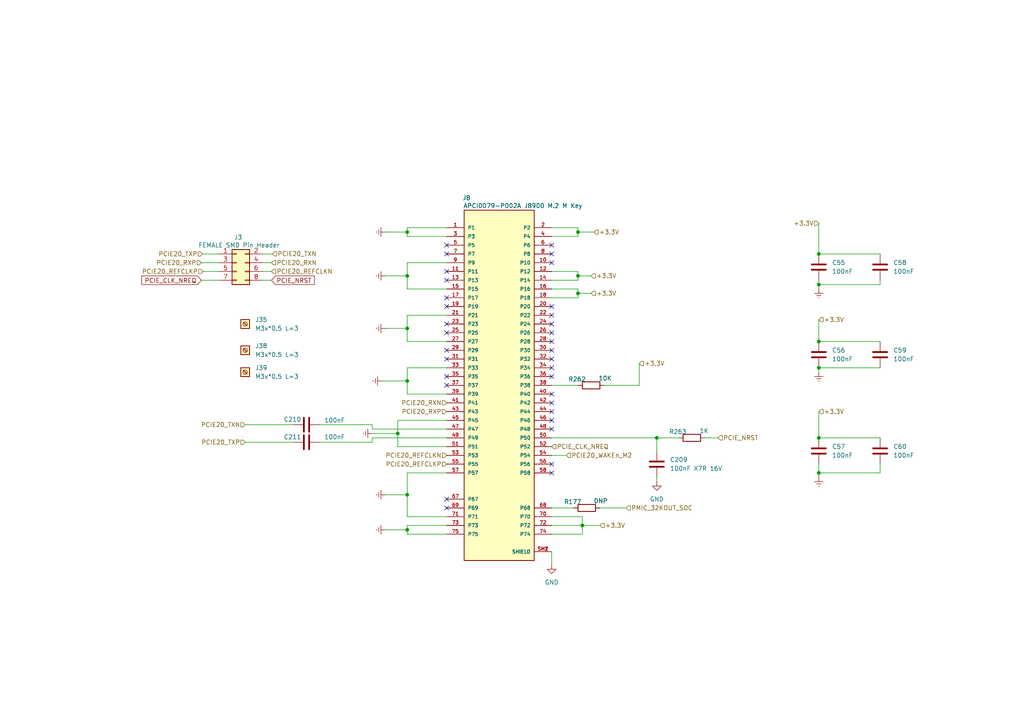
<source format=kicad_sch>
(kicad_sch (version 20231120) (generator "eeschema") (generator_version "8.0")
  (paper "A4")
  (lib_symbols
    (symbol "Connector:Screw_Terminal_01x01" (pin_names (offset 1.016) hide)
      (property "Reference" "J35" (at 2.8515 1.2701 0))
      (property "Value" "M3x*0.5 L=3" (at 2.8515 -1.2699 0))
      (symbol "Screw_Terminal_01x01_1_1"
        (rectangle (start -1.27 1.27) (end 1.27 -1.27) (stroke (width 0.254)) (fill (type background)))
        (polyline (pts (xy -0.5334 0.3302) (xy 0.3302 -0.508)) (stroke (width 0.1524)))
        (polyline (pts (xy -0.3556 0.508) (xy 0.508 -0.3302)) (stroke (width 0.1524)))
        (circle (center 0 0) (radius 0.635) (stroke (width 0.1524)))
      )
    )
    (symbol "Connector_Generic:Conn_02x04_Odd_Even" (pin_names (offset 1.016) hide)
      (property "Reference" "J" (at 1.27 5.08 0))
      (property "Value" "Conn_02x04_Odd_Even" (at 1.27 -7.62 0))
      (symbol "Conn_02x04_Odd_Even_1_1"
        (rectangle (start -1.27 -4.953) (end 0 -5.207) (stroke (width 0.1524)))
        (rectangle (start -1.27 -2.413) (end 0 -2.667) (stroke (width 0.1524)))
        (rectangle (start -1.27 0.127) (end 0 -0.127) (stroke (width 0.1524)))
        (rectangle (start -1.27 2.667) (end 0 2.413) (stroke (width 0.1524)))
        (rectangle (start -1.27 3.81) (end 3.81 -6.35) (stroke (width 0.254)) (fill (type background)))
        (rectangle (start 3.81 -4.953) (end 2.54 -5.207) (stroke (width 0.1524)))
        (rectangle (start 3.81 -2.413) (end 2.54 -2.667) (stroke (width 0.1524)))
        (rectangle (start 3.81 0.127) (end 2.54 -0.127) (stroke (width 0.1524)))
        (rectangle (start 3.81 2.667) (end 2.54 2.413) (stroke (width 0.1524)))
        (pin passive line (at -5.08 2.54 0) (length 3.81) (name "Pin_1") (number "1"))
        (pin passive line (at 7.62 2.54 180) (length 3.81) (name "Pin_2") (number "2"))
        (pin passive line (at -5.08 0 0) (length 3.81) (name "Pin_3") (number "3"))
        (pin passive line (at 7.62 0 180) (length 3.81) (name "Pin_4") (number "4"))
        (pin passive line (at -5.08 -2.54 0) (length 3.81) (name "Pin_5") (number "5"))
        (pin passive line (at 7.62 -2.54 180) (length 3.81) (name "Pin_6") (number "6"))
        (pin passive line (at -5.08 -5.08 0) (length 3.81) (name "Pin_7") (number "7"))
        (pin passive line (at 7.62 -5.08 180) (length 3.81) (name "Pin_8") (number "8"))
      )
    )
    (symbol "Device:C" (pin_numbers hide) (pin_names (offset 0.254))
      (property "Reference" "C" (at 0.635 2.54 0))
      (property "Value" "C" (at 0.635 -2.54 0))
      (symbol "C_0_1"
        (polyline (pts (xy -2.032 -0.762) (xy 2.032 -0.762)) (stroke (width 0.508)))
        (polyline (pts (xy -2.032 0.762) (xy 2.032 0.762)) (stroke (width 0.508)))
      )
      (symbol "C_1_1"
        (pin passive line (at 0 3.81 270) (length 2.794) (name "~") (number "1"))
        (pin passive line (at 0 -3.81 90) (length 2.794) (name "~") (number "2"))
      )
    )
    (symbol "Device:R" (pin_numbers hide) (pin_names (offset 0))
      (property "Reference" "R" (at 2.032 0 90))
      (property "Value" "R" (at 0 0 90))
      (symbol "R_0_1"
        (rectangle (start -1.016 -2.54) (end 1.016 2.54) (stroke (width 0.254)))
      )
      (symbol "R_1_1"
        (pin passive line (at 0 3.81 270) (length 1.27) (name "~") (number "1"))
        (pin passive line (at 0 -3.81 90) (length 1.27) (name "~") (number "2"))
      )
    )
    (symbol "M.2TE:1-2199119-5" (pin_names (offset 1.016))
      (property "Reference" "J" (at -10.1938 51.7746 0))
      (property "Value" "1-2199119-5" (at -10.1934 -53.5506 0))
      (symbol "1-2199119-5_0_0"
        (rectangle (start -10.16 -50.8) (end 10.16 50.8) (stroke (width 0.254)) (fill (type background)))
        (pin passive line (at -15.24 45.72 0) (length 5.08) (name "P1") (number "1"))
        (pin passive line (at 15.24 35.56 180) (length 5.08) (name "P10") (number "10"))
        (pin passive line (at -15.24 33.02 0) (length 5.08) (name "P11") (number "11"))
        (pin passive line (at 15.24 33.02 180) (length 5.08) (name "P12") (number "12"))
        (pin passive line (at -15.24 30.48 0) (length 5.08) (name "P13") (number "13"))
        (pin passive line (at 15.24 30.48 180) (length 5.08) (name "P14") (number "14"))
        (pin passive line (at -15.24 27.94 0) (length 5.08) (name "P15") (number "15"))
        (pin passive line (at 15.24 27.94 180) (length 5.08) (name "P16") (number "16"))
        (pin passive line (at -15.24 25.4 0) (length 5.08) (name "P17") (number "17"))
        (pin passive line (at 15.24 25.4 180) (length 5.08) (name "P18") (number "18"))
        (pin passive line (at -15.24 22.86 0) (length 5.08) (name "P19") (number "19"))
        (pin passive line (at 15.24 45.72 180) (length 5.08) (name "P2") (number "2"))
        (pin passive line (at 15.24 22.86 180) (length 5.08) (name "P20") (number "20"))
        (pin passive line (at -15.24 20.32 0) (length 5.08) (name "P21") (number "21"))
        (pin passive line (at 15.24 20.32 180) (length 5.08) (name "P22") (number "22"))
        (pin passive line (at -15.24 17.78 0) (length 5.08) (name "P23") (number "23"))
        (pin passive line (at 15.24 17.78 180) (length 5.08) (name "P24") (number "24"))
        (pin passive line (at -15.24 15.24 0) (length 5.08) (name "P25") (number "25"))
        (pin passive line (at 15.24 15.24 180) (length 5.08) (name "P26") (number "26"))
        (pin passive line (at -15.24 12.7 0) (length 5.08) (name "P27") (number "27"))
        (pin passive line (at 15.24 12.7 180) (length 5.08) (name "P28") (number "28"))
        (pin passive line (at -15.24 10.16 0) (length 5.08) (name "P29") (number "29"))
        (pin passive line (at -15.24 43.18 0) (length 5.08) (name "P3") (number "3"))
        (pin passive line (at 15.24 10.16 180) (length 5.08) (name "P30") (number "30"))
        (pin passive line (at -15.24 7.62 0) (length 5.08) (name "P31") (number "31"))
        (pin passive line (at 15.24 7.62 180) (length 5.08) (name "P32") (number "32"))
        (pin passive line (at -15.24 5.08 0) (length 5.08) (name "P33") (number "33"))
        (pin passive line (at 15.24 5.08 180) (length 5.08) (name "P34") (number "34"))
        (pin passive line (at -15.24 2.54 0) (length 5.08) (name "P35") (number "35"))
        (pin passive line (at 15.24 2.54 180) (length 5.08) (name "P36") (number "36"))
        (pin passive line (at -15.24 0 0) (length 5.08) (name "P37") (number "37"))
        (pin passive line (at 15.24 0 180) (length 5.08) (name "P38") (number "38"))
        (pin passive line (at -15.24 -2.54 0) (length 5.08) (name "P39") (number "39"))
        (pin passive line (at 15.24 43.18 180) (length 5.08) (name "P4") (number "4"))
        (pin passive line (at 15.24 -2.54 180) (length 5.08) (name "P40") (number "40"))
        (pin passive line (at -15.24 -5.08 0) (length 5.08) (name "P41") (number "41"))
        (pin passive line (at 15.24 -5.08 180) (length 5.08) (name "P42") (number "42"))
        (pin passive line (at -15.24 -7.62 0) (length 5.08) (name "P43") (number "43"))
        (pin passive line (at 15.24 -7.62 180) (length 5.08) (name "P44") (number "44"))
        (pin passive line (at -15.24 -10.16 0) (length 5.08) (name "P45") (number "45"))
        (pin passive line (at 15.24 -10.16 180) (length 5.08) (name "P46") (number "46"))
        (pin passive line (at -15.24 -12.7 0) (length 5.08) (name "P47") (number "47"))
        (pin passive line (at 15.24 -12.7 180) (length 5.08) (name "P48") (number "48"))
        (pin passive line (at -15.24 -15.24 0) (length 5.08) (name "P49") (number "49"))
        (pin passive line (at -15.24 40.64 0) (length 5.08) (name "P5") (number "5"))
        (pin passive line (at 15.24 -15.24 180) (length 5.08) (name "P50") (number "50"))
        (pin passive line (at -15.24 -17.78 0) (length 5.08) (name "P51") (number "51"))
        (pin passive line (at 15.24 -17.78 180) (length 5.08) (name "P52") (number "52"))
        (pin passive line (at -15.24 -20.32 0) (length 5.08) (name "P53") (number "53"))
        (pin passive line (at 15.24 -20.32 180) (length 5.08) (name "P54") (number "54"))
        (pin passive line (at -15.24 -22.86 0) (length 5.08) (name "P55") (number "55"))
        (pin passive line (at 15.24 -22.86 180) (length 5.08) (name "P56") (number "56"))
        (pin passive line (at -15.24 -25.4 0) (length 5.08) (name "P57") (number "57"))
        (pin passive line (at 15.24 -25.4 180) (length 5.08) (name "P58") (number "58"))
        (pin passive line (at 15.24 40.64 180) (length 5.08) (name "P6") (number "6"))
        (pin passive line (at -15.24 -33.02 0) (length 5.08) (name "P67") (number "67"))
        (pin passive line (at 15.24 -35.56 180) (length 5.08) (name "P68") (number "68"))
        (pin passive line (at -15.24 -35.56 0) (length 5.08) (name "P69") (number "69"))
        (pin passive line (at -15.24 38.1 0) (length 5.08) (name "P7") (number "7"))
        (pin passive line (at 15.24 -38.1 180) (length 5.08) (name "P70") (number "70"))
        (pin passive line (at -15.24 -38.1 0) (length 5.08) (name "P71") (number "71"))
        (pin passive line (at 15.24 -40.64 180) (length 5.08) (name "P72") (number "72"))
        (pin passive line (at -15.24 -40.64 0) (length 5.08) (name "P73") (number "73"))
        (pin passive line (at 15.24 -43.18 180) (length 5.08) (name "P74") (number "74"))
        (pin passive line (at -15.24 -43.18 0) (length 5.08) (name "P75") (number "75"))
        (pin passive line (at 15.24 38.1 180) (length 5.08) (name "P8") (number "8"))
        (pin passive line (at -15.24 35.56 0) (length 5.08) (name "P9") (number "9"))
        (pin passive line (at 15.24 -48.26 180) (length 5.08) (name "SHIELD") (number "SH1"))
        (pin passive line (at 15.24 -48.26 180) (length 5.08) (name "SHIELD") (number "SH2"))
      )
    )
    (symbol "power:Earth" (power) (pin_names (offset 0))
      (symbol "Earth_0_1"
        (polyline (pts (xy -0.635 -1.905) (xy 0.635 -1.905)))
        (polyline (pts (xy -0.127 -2.54) (xy 0.127 -2.54)))
        (polyline (pts (xy 0 -1.27) (xy 0 0)))
        (polyline (pts (xy 1.27 -1.27) (xy -1.27 -1.27)))
      )
      (symbol "Earth_1_1"
        (pin power_in line (at 0 0 270) (length 0) hide (name "Earth") (number "1"))
      )
    )
    (symbol "power:GND" (power) (pin_names (offset 0))
      (property "Value" "GND" (at 0 -3.81 0))
      (symbol "GND_0_1"
        (polyline (pts (xy 0 0) (xy 0 -1.27) (xy 1.27 -1.27) (xy 0 -2.54) (xy -1.27 -1.27) (xy 0 -1.27)))
      )
      (symbol "GND_1_1"
        (pin power_in line (at 0 0 270) (length 0) hide (name "GND") (number "1"))
      )
    )
  )
  (junction (at 237.49 106.68))
  (junction (at 167.64 80.01))
  (junction (at 118.11 67.31))
  (junction (at 237.49 137.16))
  (junction (at 118.11 110.49))
  (junction (at 118.11 95.25))
  (junction (at 190.5 127))
  (junction (at 237.49 82.55))
  (junction (at 237.49 127))
  (junction (at 168.91 152.4))
  (junction (at 167.64 85.09))
  (junction (at 118.11 153.67))
  (junction (at 167.64 67.31))
  (junction (at 118.11 80.01))
  (junction (at 237.49 99.06))
  (junction (at 115.3655 125.73))
  (junction (at 237.49 73.66))
  (junction (at 118.11 143.51))
  (no_connect (at 129.54 144.78))
  (no_connect (at 129.54 147.32))
  (no_connect (at 160.02 137.16))
  (no_connect (at 160.02 134.62))
  (no_connect (at 160.02 124.46))
  (no_connect (at 129.54 71.12))
  (no_connect (at 129.54 73.66))
  (no_connect (at 129.54 78.74))
  (no_connect (at 129.54 81.28))
  (no_connect (at 129.54 86.36))
  (no_connect (at 129.54 88.9))
  (no_connect (at 129.54 93.98))
  (no_connect (at 129.54 96.52))
  (no_connect (at 129.54 111.76))
  (no_connect (at 160.02 119.38))
  (no_connect (at 160.02 116.84))
  (no_connect (at 160.02 114.3))
  (no_connect (at 160.02 99.06))
  (no_connect (at 129.54 101.6))
  (no_connect (at 129.54 104.14))
  (no_connect (at 129.54 109.22))
  (no_connect (at 160.02 121.92))
  (no_connect (at 160.02 109.22))
  (no_connect (at 160.02 106.68))
  (no_connect (at 160.02 104.14))
  (no_connect (at 160.02 101.6))
  (no_connect (at 160.02 96.52))
  (no_connect (at 160.02 93.98))
  (no_connect (at 160.02 91.44))
  (no_connect (at 160.02 88.9))
  (no_connect (at 160.02 76.2))
  (no_connect (at 160.02 73.66))
  (no_connect (at 160.02 71.12))
  (wire (pts (xy 107.95 125.73) (xy 115.3655 125.73)))
  (wire (pts (xy 167.64 67.31) (xy 167.64 68.58)))
  (wire (pts (xy 107.95 124.46) (xy 129.54 124.46)))
  (wire (pts (xy 181.61 147.32) (xy 173.99 147.32)))
  (wire (pts (xy 129.54 91.44) (xy 118.11 91.44)))
  (wire (pts (xy 168.91 152.4) (xy 173.99 152.4)))
  (wire (pts (xy 118.11 154.94) (xy 129.54 154.94)))
  (wire (pts (xy 118.11 66.04) (xy 118.11 67.31)))
  (wire (pts (xy 167.64 80.01) (xy 171.45 80.01)))
  (wire (pts (xy 111.76 80.01) (xy 118.11 80.01)))
  (wire (pts (xy 190.5 130.81) (xy 190.5 127)))
  (wire (pts (xy 92.71 123.19) (xy 107.95 123.19)))
  (wire (pts (xy 237.49 138.43) (xy 237.49 137.16)))
  (wire (pts (xy 168.91 154.94) (xy 168.91 152.4)))
  (wire (pts (xy 160.02 86.36) (xy 167.64 86.36)))
  (wire (pts (xy 78.74 78.74) (xy 76.2 78.74)))
  (wire (pts (xy 92.71 128.27) (xy 107.95 128.27)))
  (wire (pts (xy 160.02 111.76) (xy 167.64 111.76)))
  (wire (pts (xy 237.49 73.66) (xy 255.27 73.66)))
  (wire (pts (xy 175.26 111.76) (xy 185.42 111.76)))
  (wire (pts (xy 168.91 149.86) (xy 168.91 152.4)))
  (wire (pts (xy 78.9913 73.6184) (xy 78.9913 73.66)))
  (wire (pts (xy 118.11 114.3) (xy 129.54 114.3)))
  (wire (pts (xy 58.8704 78.74) (xy 63.5 78.74)))
  (wire (pts (xy 71.12 128.27) (xy 85.09 128.27)))
  (wire (pts (xy 118.11 66.04) (xy 129.54 66.04)))
  (wire (pts (xy 160.02 149.86) (xy 168.91 149.86)))
  (wire (pts (xy 58.42 76.2) (xy 63.5 76.2)))
  (wire (pts (xy 118.11 143.51) (xy 118.11 149.86)))
  (wire (pts (xy 78.9913 73.66) (xy 76.2 73.66)))
  (wire (pts (xy 168.91 152.4) (xy 160.02 152.4)))
  (wire (pts (xy 160.02 78.74) (xy 167.64 78.74)))
  (wire (pts (xy 118.11 76.2) (xy 118.11 80.01)))
  (wire (pts (xy 190.5 127) (xy 160.02 127)))
  (wire (pts (xy 110.7612 110.49) (xy 118.11 110.49)))
  (wire (pts (xy 237.49 119.38) (xy 237.49 127)))
  (wire (pts (xy 111.76 153.67) (xy 118.11 153.67)))
  (wire (pts (xy 164.2573 132.08) (xy 160.02 132.08)))
  (wire (pts (xy 118.11 106.68) (xy 129.54 106.68)))
  (wire (pts (xy 160.02 163.83) (xy 160.02 160.02)))
  (wire (pts (xy 208.28 127) (xy 204.47 127)))
  (wire (pts (xy 167.64 83.82) (xy 167.64 85.09)))
  (wire (pts (xy 111.76 143.51) (xy 118.11 143.51)))
  (wire (pts (xy 78.74 76.2) (xy 76.2 76.2)))
  (wire (pts (xy 78.74 81.28) (xy 76.2 81.28)))
  (wire (pts (xy 237.49 137.16) (xy 237.49 134.62)))
  (wire (pts (xy 118.11 80.01) (xy 118.11 83.82)))
  (wire (pts (xy 107.95 127) (xy 129.54 127)))
  (wire (pts (xy 118.11 83.82) (xy 129.54 83.82)))
  (wire (pts (xy 118.11 91.44) (xy 118.11 95.25)))
  (wire (pts (xy 237.49 107.95) (xy 237.49 106.68)))
  (wire (pts (xy 237.49 81.28) (xy 237.49 82.55)))
  (wire (pts (xy 118.11 153.67) (xy 118.11 154.94)))
  (wire (pts (xy 237.49 82.55) (xy 237.49 83.82)))
  (wire (pts (xy 58.7269 73.66) (xy 63.5 73.66)))
  (wire (pts (xy 167.64 85.09) (xy 171.45 85.09)))
  (wire (pts (xy 129.54 152.4) (xy 118.11 152.4)))
  (wire (pts (xy 237.49 64.77) (xy 237.49 73.66)))
  (wire (pts (xy 118.11 137.16) (xy 118.11 143.51)))
  (wire (pts (xy 166.37 147.32) (xy 160.02 147.32)))
  (wire (pts (xy 118.11 68.58) (xy 129.54 68.58)))
  (wire (pts (xy 160.02 83.82) (xy 167.64 83.82)))
  (wire (pts (xy 237.49 82.55) (xy 255.27 82.55)))
  (wire (pts (xy 185.42 111.76) (xy 185.42 105.41)))
  (wire (pts (xy 129.54 137.16) (xy 118.11 137.16)))
  (wire (pts (xy 160.02 66.04) (xy 167.64 66.04)))
  (wire (pts (xy 237.49 137.16) (xy 255.27 137.16)))
  (wire (pts (xy 167.64 66.04) (xy 167.64 67.31)))
  (wire (pts (xy 115.3655 121.92) (xy 115.3655 125.73)))
  (wire (pts (xy 111.76 95.25) (xy 118.11 95.25)))
  (wire (pts (xy 118.11 67.31) (xy 118.11 68.58)))
  (wire (pts (xy 118.11 110.49) (xy 118.11 114.3)))
  (wire (pts (xy 107.95 123.19) (xy 107.95 124.46)))
  (wire (pts (xy 167.64 68.58) (xy 160.02 68.58)))
  (wire (pts (xy 167.64 78.74) (xy 167.64 80.01)))
  (wire (pts (xy 167.64 80.01) (xy 167.64 81.28)))
  (wire (pts (xy 111.76 67.31) (xy 118.11 67.31)))
  (wire (pts (xy 118.11 149.86) (xy 129.54 149.86)))
  (wire (pts (xy 118.11 95.25) (xy 118.11 99.06)))
  (wire (pts (xy 167.64 81.28) (xy 160.02 81.28)))
  (wire (pts (xy 118.11 106.68) (xy 118.11 110.49)))
  (wire (pts (xy 167.64 67.31) (xy 172.2696 67.31)))
  (wire (pts (xy 107.95 128.27) (xy 107.95 127)))
  (wire (pts (xy 167.64 85.09) (xy 167.64 86.36)))
  (wire (pts (xy 115.3655 129.54) (xy 129.54 129.54)))
  (wire (pts (xy 255.27 134.62) (xy 255.27 137.16)))
  (wire (pts (xy 115.3655 125.73) (xy 115.3655 129.54)))
  (wire (pts (xy 129.54 121.92) (xy 115.3655 121.92)))
  (wire (pts (xy 196.85 127) (xy 190.5 127)))
  (wire (pts (xy 237.49 99.06) (xy 255.27 99.06)))
  (wire (pts (xy 190.5 139.7) (xy 190.5 138.43)))
  (wire (pts (xy 237.49 127) (xy 255.27 127)))
  (wire (pts (xy 237.49 92.71) (xy 237.49 99.06)))
  (wire (pts (xy 255.27 81.28) (xy 255.27 82.55)))
  (wire (pts (xy 160.02 154.94) (xy 168.91 154.94)))
  (wire (pts (xy 129.54 76.2) (xy 118.11 76.2)))
  (wire (pts (xy 71.12 123.19) (xy 85.09 123.19)))
  (wire (pts (xy 118.11 99.06) (xy 129.54 99.06)))
  (wire (pts (xy 118.11 152.4) (xy 118.11 153.67)))
  (wire (pts (xy 237.49 106.68) (xy 255.27 106.68)))
  (wire (pts (xy 58.42 81.28) (xy 63.5 81.28)))
  (global_label "PCIE_NRST" (shape input) (at 78.74 81.28 0) (property "Intersheetrefs" "${INTERSHEET_REFS}" (effects (hide yes))))
  (global_label "PCIE_CLK_NREQ" (shape input) (at 58.42 81.28 180) (property "Intersheetrefs" "${INTERSHEET_REFS}" (effects (hide yes))))
  (hierarchical_label "+3.3V" (shape input) (at 185.42 105.41 0))
  (hierarchical_label "PCIE20_WAKEn_M2" (shape input) (at 164.2573 132.08 0))
  (hierarchical_label "PCIE20_REFCLKN" (shape input) (at 129.54 132.08 180))
  (hierarchical_label "PCIE20_REFCLKP" (shape input) (at 58.8704 78.74 180))
  (hierarchical_label "+3.3V" (shape input) (at 237.49 92.71 0))
  (hierarchical_label "+3.3V" (shape input) (at 172.2696 67.31 0))
  (hierarchical_label "PCIE20_TXN" (shape input) (at 71.12 123.19 180))
  (hierarchical_label "PCIE20_RXN" (shape input) (at 78.74 76.2 0))
  (hierarchical_label "PCIE20_TXP" (shape input) (at 58.7269 73.66 180))
  (hierarchical_label "PCIE20_TXN" (shape input) (at 78.9913 73.6184 0))
  (hierarchical_label "PCIE20_RXP" (shape input) (at 58.42 76.2 180))
  (hierarchical_label "PCIE20_RXN" (shape input) (at 129.54 116.84 180))
  (hierarchical_label "PMIC_32KOUT_SOC" (shape input) (at 181.61 147.32 0))
  (hierarchical_label "+3.3V" (shape input) (at 171.45 80.01 0))
  (hierarchical_label "+3.3V" (shape input) (at 237.49 119.38 0))
  (hierarchical_label "PCIE_CLK_NREQ" (shape input) (at 160.02 129.54 0))
  (hierarchical_label "PCIE20_REFCLKN" (shape input) (at 78.74 78.74 0))
  (hierarchical_label "PCIE20_REFCLKP" (shape input) (at 129.54 134.62 180))
  (hierarchical_label "PCIE20_RXP" (shape input) (at 129.54 119.38 180))
  (hierarchical_label "+3.3V" (shape input) (at 237.49 64.77 180))
  (hierarchical_label "+3.3V" (shape input) (at 173.99 152.4 0))
  (hierarchical_label "PCIE_NRST" (shape input) (at 208.28 127 0))
  (hierarchical_label "+3.3V" (shape input) (at 171.45 85.09 0))
  (hierarchical_label "PCIE20_TXP" (shape input) (at 71.12 128.27 180))
  (symbol (lib_id "M.2TE:1-2199119-5") (at 144.78 111.76 0) (unit 1)
    (property "Reference" "J8" (at 134.112 57.404 0) (effects (justify left)))
    (property "Value" "APCI0079-P002A J8900 M.2 M Key" (at 134.366 59.69 0) (effects (justify left)))
    (property "Footprint" "Library:APCI0079-P002A J8900 M.2 M Key" (effects (hide yes)))
    (property "Comment" "1-2199119-5" (effects (hide yes)))
    (property "MPN" "NGFF 67P连接器 M.2 SSD插槽 4+5 H3.2" (effects (hide yes)))
  )
  (symbol (lib_id "power:Earth") (at 111.76 153.67 270) (unit 1)
    (property "Reference" "#PWR0177" (effects (hide yes)))
    (property "Value" "Earth" (effects (hide yes)))
    (property "Description" "Power symbol creates a global label with name \"Earth\"" (effects (hide yes)))
  )
  (symbol (lib_id "power:Earth") (at 111.76 80.01 270) (unit 1)
    (property "Reference" "#PWR0105" (effects (hide yes)))
    (property "Value" "Earth" (effects (hide yes)))
    (property "Description" "Power symbol creates a global label with name \"Earth\"" (effects (hide yes)))
  )
  (symbol (lib_id "Device:R") (at 171.45 111.76 270) (unit 1)
    (property "Reference" "R262" (at 167.386 109.982 90))
    (property "Value" "10K" (at 175.514 109.728 90))
    (property "Footprint" "Resistor_SMD:R_0402_1005Metric" (effects (hide yes)))
    (property "MPN" "RC0402FR-0710KL" (effects (hide yes)))
  )
  (symbol (lib_id "Device:C") (at 190.5 134.62 0) (unit 1)
    (property "Reference" "C209" (at 194.31 133.3499 0) (effects (justify left)))
    (property "Value" "100nF X7R 16V" (at 194.31 135.8899 0) (effects (justify left)))
    (property "Footprint" "Capacitor_SMD:C_0402_1005Metric" (effects (hide yes)))
    (property "MPN" "CC0402KRX7R7BB104" (effects (hide yes)))
  )
  (symbol (lib_id "power:Earth") (at 107.95 125.73 270) (unit 1)
    (property "Reference" "#PWR0181" (effects (hide yes)))
    (property "Value" "Earth" (effects (hide yes)))
    (property "Description" "Power symbol creates a global label with name \"Earth\"" (effects (hide yes)))
  )
  (symbol (lib_id "Device:C") (at 255.27 130.81 0) (unit 1)
    (property "Reference" "C60" (at 259.08 129.5399 0) (effects (justify left)))
    (property "Value" "100nF" (at 259.08 132.0799 0) (effects (justify left)))
    (property "Footprint" "Capacitor_SMD:C_0603_1608Metric" (effects (hide yes)))
    (property "MPN" "0603B104K500NT" (effects (hide yes)))
  )
  (symbol (lib_id "Connector:Screw_Terminal_01x01") (at 71.12 101.6 0) (unit 1)
    (property "Reference" "J38" (at 73.9715 100.3299 0) (effects (justify left)))
    (property "Value" "M3x*0.5 L=3" (at 73.9715 102.8699 0) (effects (justify left)))
    (property "Footprint" "HDMI 2.0 TX:Screw Terminal Shinbo" (effects (hide yes)))
    (property "Description" "Board mounting elevator    M3 hole size, 4 pins PCB-64-M3" (effects (hide yes)))
    (property "MPN" "SMTSO-M3-3ET" (effects (hide yes)))
  )
  (symbol (lib_id "power:Earth") (at 237.49 138.43 0) (unit 1)
    (property "Reference" "#PWR0182" (effects (hide yes)))
    (property "Value" "Earth" (effects (hide yes)))
    (property "Description" "Power symbol creates a global label with name \"Earth\"" (effects (hide yes)))
  )
  (symbol (lib_id "power:GND") (at 190.5 139.7 0) (unit 1)
    (property "Reference" "#PWR0229" (effects (hide yes)))
    (property "Value" "GND" (at 190.5 144.78 0))
  )
  (symbol (lib_id "power:Earth") (at 111.76 67.31 270) (unit 1)
    (property "Reference" "#PWR0104" (effects (hide yes)))
    (property "Value" "Earth" (effects (hide yes)))
    (property "Description" "Power symbol creates a global label with name \"Earth\"" (effects (hide yes)))
  )
  (symbol (lib_id "power:Earth") (at 110.7612 110.49 270) (unit 1)
    (property "Reference" "#PWR0180" (effects (hide yes)))
    (property "Value" "Earth" (effects (hide yes)))
    (property "Description" "Power symbol creates a global label with name \"Earth\"" (effects (hide yes)))
  )
  (symbol (lib_id "Device:R") (at 170.18 147.32 270) (unit 1)
    (property "Reference" "R177" (at 166.116 145.542 90))
    (property "Value" "DNP" (at 174.244 145.288 90))
    (property "Footprint" "Resistor_SMD:R_0603_1608Metric" (effects (hide yes)))
  )
  (symbol (lib_id "power:Earth") (at 111.76 95.25 270) (unit 1)
    (property "Reference" "#PWR0179" (effects (hide yes)))
    (property "Value" "Earth" (effects (hide yes)))
    (property "Description" "Power symbol creates a global label with name \"Earth\"" (effects (hide yes)))
  )
  (symbol (lib_id "Device:C") (at 255.27 102.87 0) (unit 1)
    (property "Reference" "C59" (at 259.08 101.5999 0) (effects (justify left)))
    (property "Value" "100nF" (at 259.08 104.1399 0) (effects (justify left)))
    (property "Footprint" "Capacitor_SMD:C_0603_1608Metric" (effects (hide yes)))
    (property "MPN" "0603B104K500NT" (effects (hide yes)))
  )
  (symbol (lib_id "power:Earth") (at 237.49 83.82 0) (unit 1)
    (property "Reference" "#PWR0184" (effects (hide yes)))
    (property "Value" "Earth" (effects (hide yes)))
    (property "Description" "Power symbol creates a global label with name \"Earth\"" (effects (hide yes)))
  )
  (symbol (lib_id "power:GND") (at 160.02 163.83 0) (unit 1)
    (property "Reference" "#PWR0178" (effects (hide yes)))
    (property "Value" "GND" (at 160.02 168.91 0))
  )
  (symbol (lib_id "Device:C") (at 88.9 123.19 90) (unit 1)
    (property "Reference" "C210" (at 84.836 121.666 90))
    (property "Value" "100nF " (at 97.536 121.92 90))
    (property "Footprint" "Capacitor_SMD:C_0402_1005Metric" (effects (hide yes)))
    (property "MPN" "CC0402KRX7R7BB104" (effects (hide yes)))
  )
  (symbol (lib_id "Device:C") (at 255.27 77.47 0) (unit 1)
    (property "Reference" "C58" (at 259.08 76.1999 0) (effects (justify left)))
    (property "Value" "100nF" (at 259.08 78.7399 0) (effects (justify left)))
    (property "Footprint" "Capacitor_SMD:C_0603_1608Metric" (effects (hide yes)))
    (property "MPN" "0603B104K500NT" (effects (hide yes)))
  )
  (symbol (lib_id "power:Earth") (at 237.49 107.95 0) (unit 1)
    (property "Reference" "#PWR0183" (effects (hide yes)))
    (property "Value" "Earth" (effects (hide yes)))
    (property "Description" "Power symbol creates a global label with name \"Earth\"" (effects (hide yes)))
  )
  (symbol (lib_id "Device:C") (at 237.49 102.87 0) (unit 1)
    (property "Reference" "C56" (at 241.3 101.5999 0) (effects (justify left)))
    (property "Value" "100nF" (at 241.3 104.1399 0) (effects (justify left)))
    (property "Footprint" "Capacitor_SMD:C_0603_1608Metric" (effects (hide yes)))
    (property "MPN" "0603B104K500NT" (effects (hide yes)))
  )
  (symbol (lib_id "Connector_Generic:Conn_02x04_Odd_Even") (at 68.58 76.2 0) (unit 1)
    (property "Reference" "J3" (at 69.088 68.834 0))
    (property "Value" "FEMALE SMD Pin Header" (at 69.342 71.12 0))
    (property "Footprint" "Connector_PinSocket_2.54mm:PinSocket_2x04_P2.54mm_Vertical_SMD" (effects (hide yes)))
    (property "MPN" "贴片排母 2.54 2*4p" (effects (hide yes)))
  )
  (symbol (lib_id "Device:C") (at 237.49 130.81 0) (unit 1)
    (property "Reference" "C57" (at 241.3 129.5399 0) (effects (justify left)))
    (property "Value" "100nF" (at 241.3 132.0799 0) (effects (justify left)))
    (property "Footprint" "Capacitor_SMD:C_0603_1608Metric" (effects (hide yes)))
    (property "MPN" "0603B104K500NT" (effects (hide yes)))
  )
  (symbol (lib_id "Device:R") (at 200.66 127 270) (unit 1)
    (property "Reference" "R263" (at 196.596 125.222 90))
    (property "Value" "1K " (at 204.724 124.968 90))
    (property "Footprint" "Resistor_SMD:R_0402_1005Metric" (effects (hide yes)))
    (property "MPN" "0402WGF1001TCE" (effects (hide yes)))
  )
  (symbol (lib_id "Device:C") (at 88.9 128.27 90) (unit 1)
    (property "Reference" "C211" (at 84.836 126.746 90))
    (property "Value" "100nF " (at 97.536 126.746 90))
    (property "Footprint" "Capacitor_SMD:C_0402_1005Metric" (effects (hide yes)))
    (property "MPN" "CC0402KRX7R7BB104" (effects (hide yes)))
  )
  (symbol (lib_id "Connector:Screw_Terminal_01x01") (at 71.12 93.98 0) (unit 1)
    (property "Reference" "J35" (at 73.9715 92.7099 0) (effects (justify left)))
    (property "Value" "M3x*0.5 L=3" (at 73.9715 95.2499 0) (effects (justify left)))
    (property "Footprint" "HDMI 2.0 TX:Screw Terminal Shinbo" (effects (hide yes)))
    (property "Description" "Board mounting elevator    M3 hole size, 4 pins PCB-64-M3" (effects (hide yes)))
    (property "MPN" "SMTSO-M3-3ET" (effects (hide yes)))
  )
  (symbol (lib_id "power:Earth") (at 111.76 143.51 270) (unit 1)
    (property "Reference" "#PWR0106" (effects (hide yes)))
    (property "Value" "Earth" (effects (hide yes)))
    (property "Description" "Power symbol creates a global label with name \"Earth\"" (effects (hide yes)))
  )
  (symbol (lib_id "Device:C") (at 237.49 77.47 0) (unit 1)
    (property "Reference" "C55" (at 241.3 76.1999 0) (effects (justify left)))
    (property "Value" "100nF" (at 241.3 78.7399 0) (effects (justify left)))
    (property "Footprint" "Capacitor_SMD:C_0603_1608Metric" (effects (hide yes)))
    (property "MPN" "0603B104K500NT" (effects (hide yes)))
  )
  (symbol (lib_id "Connector:Screw_Terminal_01x01") (at 71.12 107.95 0) (unit 1)
    (property "Reference" "J39" (at 73.9715 106.6799 0) (effects (justify left)))
    (property "Value" "M3x*0.5 L=3" (at 73.9715 109.2199 0) (effects (justify left)))
    (property "Footprint" "HDMI 2.0 TX:Screw Terminal Shinbo" (effects (hide yes)))
    (property "Description" "Board mounting elevator    M3 hole size, 4 pins PCB-64-M3" (effects (hide yes)))
    (property "MPN" "SMTSO-M3-3ET" (effects (hide yes)))
  )
)
</source>
